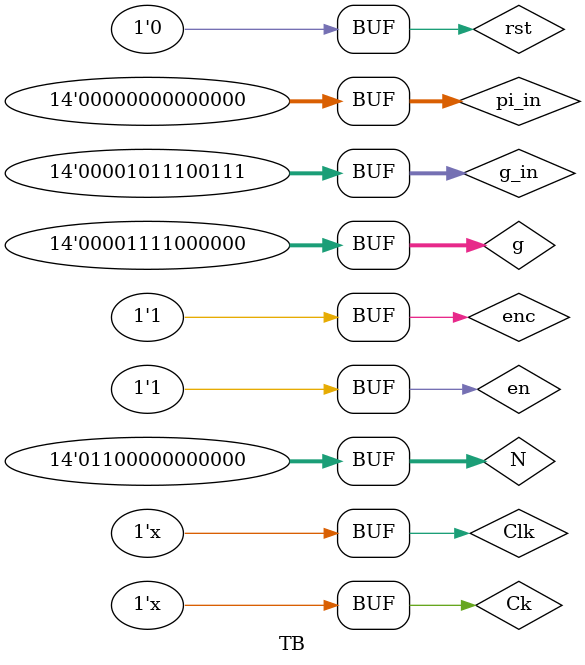
<source format=v>
`timescale 1ns / 1ps


module TB();
reg Ck;
reg Clk;
reg en;
reg enc;
reg rst;
reg [13:0] g_in;
reg [13:0] g;
reg [13:0] pi_in;
reg [13:0] N;
wire Zk;
wire zk;
wire [13:0] count_out;
wire [13:0] gout;
wire [13:0] pi_out;
wire Zkk;
wire zkk;



Main_Encoder uut(Ck,Clk,en,enc, Zk, zk,pi_out,pi_in,g_in,gout,N,rst,g,count_out,Zkk,zkk);


initial
begin
rst = 1;
Clk=0;
Ck=1;
en=0;
enc=1'b0;
g_in = 10'b1011100111;
g = 10'b1111000000;
pi_in = 1'b0;
N=13'b1100000000000;
#10
rst = 0;

   
#500000 en=1'b1;
#1000 enc=1'b1;
end

always #4   Ck = ~Ck;
always #5 Clk = ~Clk;
endmodule

</source>
